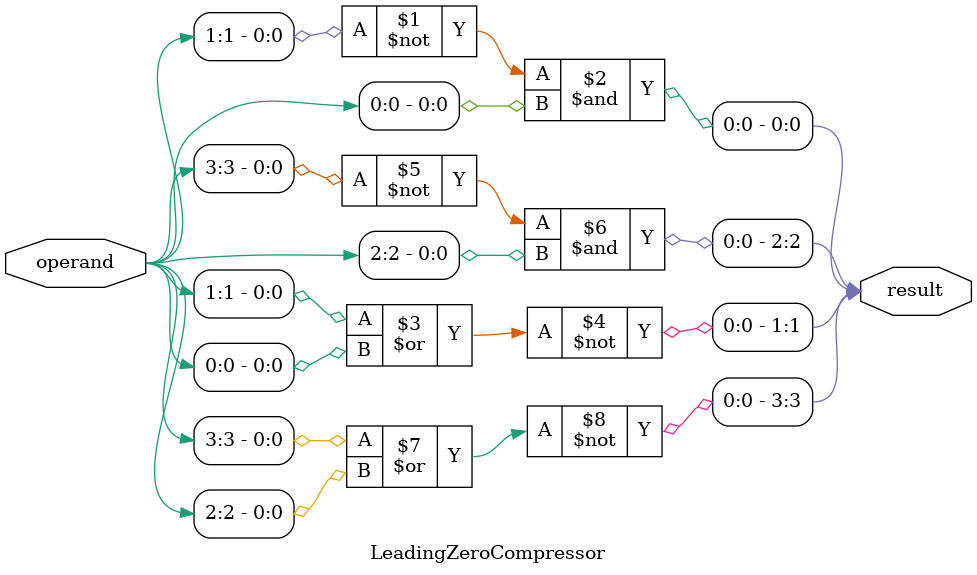
<source format=v>
/* Compression is the first stage in the leading zero counter. The operand is
split into pairs of 2, and the number of leading zeroes in each pair is
counted. These values are then aggregated to form a single result
*/
module LeadingZeroCompressor(
    operand,
    result
);

parameter WIDTH = 4;

input [WIDTH - 1:0] operand;
output [WIDTH - 1:0] result;

genvar index;
generate

    /* Assign a number of leading zeroes to each pair of 2 bits

    Pair Value | Output
    -----------|---
    `00`       | `2`
    `01`       | `1`
    `10`       | `0`
    `11`       | `0`
    */
    for(index = 0; (index + 1) < WIDTH; index = index + 2) begin
        assign result[index + 1:index] = {
            ~(operand[index + 1] | operand[index]),
            ~operand[index + 1] & operand[index]
        };
    end

endgenerate

endmodule

</source>
